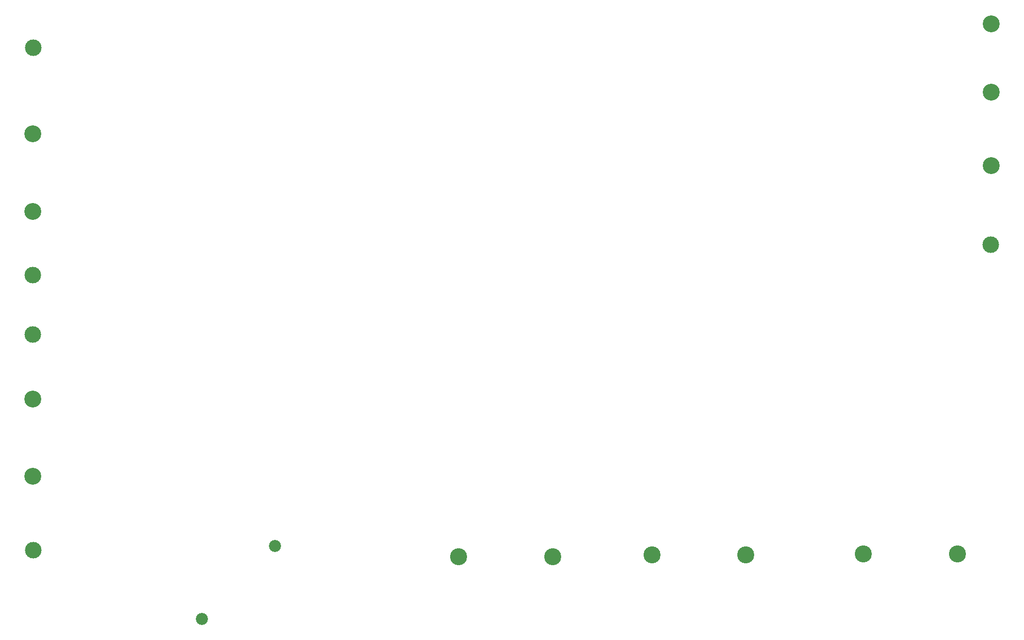
<source format=gbr>
%TF.GenerationSoftware,Altium Limited,Altium Designer,20.1.14 (287)*%
G04 Layer_Color=0*
%FSLAX25Y25*%
%MOIN*%
%TF.SameCoordinates,420D9B4C-C7A0-47ED-81AF-82C992674030*%
%TF.FilePolarity,Positive*%
%TF.FileFunction,NonPlated,1,4,NPTH,Drill*%
%TF.Part,Single*%
G01*
G75*
%TA.AperFunction,ComponentDrill*%
%ADD111C,0.12008*%
%ADD112C,0.12126*%
%ADD113C,0.11811*%
%ADD114C,0.08600*%
D111*
X20856Y313819D02*
D03*
Y368895D02*
D03*
Y180093D02*
D03*
Y125017D02*
D03*
X702644Y447500D02*
D03*
Y398594D02*
D03*
Y346500D02*
D03*
D112*
X323811Y67516D02*
D03*
X390701D02*
D03*
X528189Y69016D02*
D03*
X461299D02*
D03*
X611811Y69516D02*
D03*
X678701D02*
D03*
D113*
X702500Y290000D02*
D03*
X21000Y430500D02*
D03*
X20681Y268500D02*
D03*
X20856Y226057D02*
D03*
X21000Y72500D02*
D03*
D114*
X193000Y75500D02*
D03*
X141000Y23500D02*
D03*
%TF.MD5,20715bb2d4106ad454c6a391c19df7f0*%
M02*

</source>
